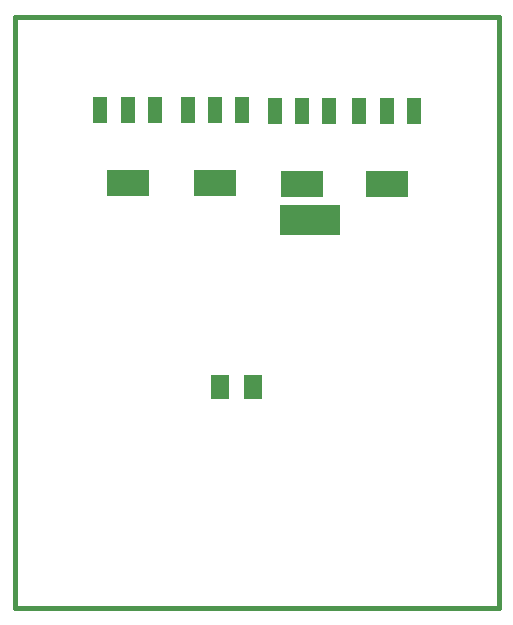
<source format=gbp>
G75*
%MOIN*%
%OFA0B0*%
%FSLAX24Y24*%
%IPPOS*%
%LPD*%
%AMOC8*
5,1,8,0,0,1.08239X$1,22.5*
%
%ADD10C,0.0160*%
%ADD11R,0.0480X0.0880*%
%ADD12R,0.1417X0.0866*%
%ADD13R,0.0630X0.0787*%
%ADD14R,0.2000X0.1000*%
D10*
X001046Y000180D02*
X017188Y000180D01*
X017188Y019865D01*
X001046Y019865D01*
X001046Y000180D01*
D11*
X006817Y016762D03*
X007727Y016762D03*
X008637Y016762D03*
X009719Y016747D03*
X010628Y016747D03*
X011538Y016747D03*
X012534Y016747D03*
X013443Y016747D03*
X014353Y016747D03*
X005719Y016778D03*
X004810Y016778D03*
X003900Y016778D03*
D12*
X004810Y014338D03*
X007727Y014322D03*
X010628Y014306D03*
X013443Y014306D03*
D13*
X008983Y007542D03*
X007880Y007542D03*
D14*
X010884Y013089D03*
M02*

</source>
